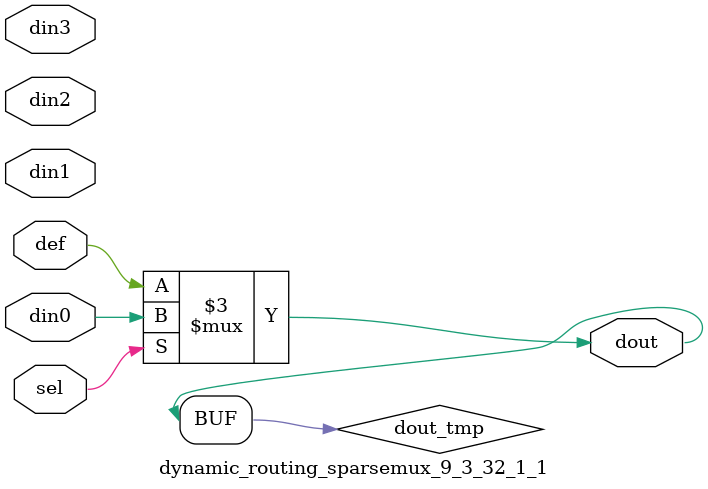
<source format=v>
`timescale 1ns / 1ps

module dynamic_routing_sparsemux_9_3_32_1_1 (din0,din1,din2,din3,def,sel,dout);

parameter din0_WIDTH = 1;

parameter din1_WIDTH = 1;

parameter din2_WIDTH = 1;

parameter din3_WIDTH = 1;

parameter def_WIDTH = 1;
parameter sel_WIDTH = 1;
parameter dout_WIDTH = 1;

parameter [sel_WIDTH-1:0] CASE0 = 1;

parameter [sel_WIDTH-1:0] CASE1 = 1;

parameter [sel_WIDTH-1:0] CASE2 = 1;

parameter [sel_WIDTH-1:0] CASE3 = 1;

parameter ID = 1;
parameter NUM_STAGE = 1;



input [din0_WIDTH-1:0] din0;

input [din1_WIDTH-1:0] din1;

input [din2_WIDTH-1:0] din2;

input [din3_WIDTH-1:0] din3;

input [def_WIDTH-1:0] def;
input [sel_WIDTH-1:0] sel;

output [dout_WIDTH-1:0] dout;



reg [dout_WIDTH-1:0] dout_tmp;


always @ (*) begin
(* parallel_case *) case (sel)
    
    CASE0 : dout_tmp = din0;
    
    CASE1 : dout_tmp = din1;
    
    CASE2 : dout_tmp = din2;
    
    CASE3 : dout_tmp = din3;
    
    default : dout_tmp = def;
endcase
end


assign dout = dout_tmp;



endmodule

</source>
